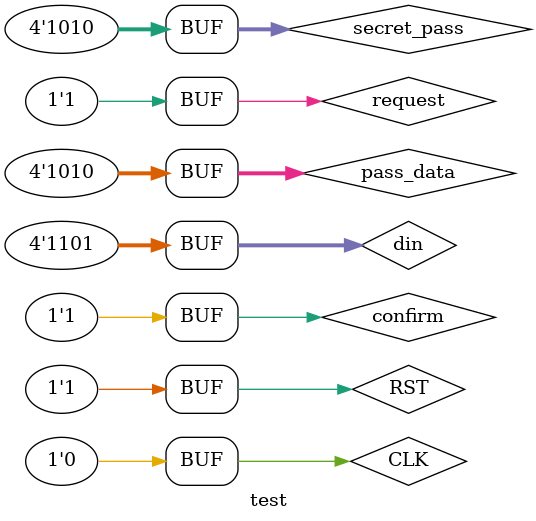
<source format=v>
`timescale 1ns / 1ps


module test;

	// Inputs
	reg [3:0] secret_pass;
	reg request;
	reg [3:0] din;
	reg RST;
	reg CLK;
	reg confirm;
	reg [3:0] pass_data;

	// Outputs
	wire en_left;
	wire en_right;
	wire [3:0] dout;

	// Instantiate the Unit Under Test (UUT)
	fsm uut (
		.secret_pass(secret_pass), 
		.request(request), 
		.din(din), 
		.RST(RST), 
		.CLK(CLK), 
		.confirm(confirm), 
		.pass_data(pass_data), 
		.en_left(en_left), 
		.en_right(en_right), 
		.dout(dout)
	);

	
	initial begin
		// Initialize Inputs
		secret_pass = 4'b1010;
		request = 1'b0;
		RST = 1'b0;
		
		
		#30
		RST = 1'b1;
		request = 1'b1;

		#30
		//S1
		request = 1'b1;
		confirm = 1'b1;
		pass_data = 4'b1010;
		
		#30
		//S2
		request = 1'b1;
		confirm = 1'b1;
		din = 4'b1101;
		
		
	end
	initial
   begin
      CLK = 1'b0;
      repeat (30)
      #10 CLK = ~CLK;
   end
      
endmodule


</source>
